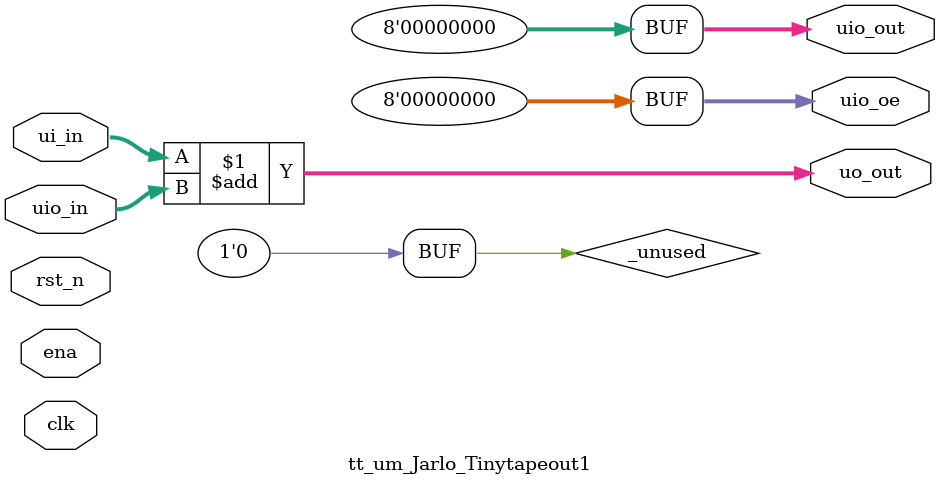
<source format=v>
/*
 * Copyright (c) 2024 Your Name
 * SPDX-License-Identifier: Apache-2.0
 */

`default_nettype none

module tt_um_Jarlo_Tinytapeout1 (
    input  wire [7:0] ui_in,    // Dedicated inputs
    output wire [7:0] uo_out,   // Dedicated outputs
    input  wire [7:0] uio_in,   // IOs: Input path
    output wire [7:0] uio_out,  // IOs: Output path
    output wire [7:0] uio_oe,   // IOs: Enable path (active high: 0=input, 1=output)
    input  wire       ena,      // always 1 when the design is powered, so you can ignore it
    input  wire       clk,      // clock
    input  wire       rst_n     // reset_n - low to reset
);

  // All output pins must be assigned. If not used, assign to 0.
  assign uo_out  = ui_in + uio_in;  // Example: ou_out is the sum of ui_in and uio_in
  assign uio_out = 0;
  assign uio_oe  = 0;

  // List all unused inputs to prevent warnings
  wire _unused = &{ena, clk, rst_n, 1'b0};

endmodule

</source>
